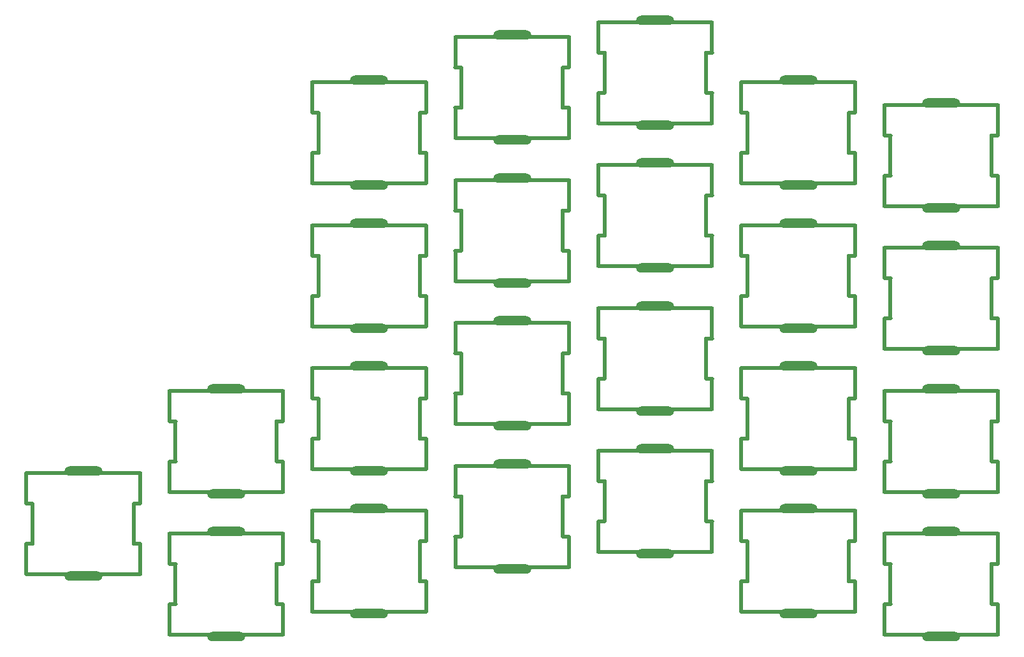
<source format=gbr>
%TF.GenerationSoftware,KiCad,Pcbnew,6.0.11-2627ca5db0~126~ubuntu22.04.1*%
%TF.CreationDate,2023-02-09T16:09:02-07:00*%
%TF.ProjectId,scaarix_flow,73636161-7269-4785-9f66-6c6f772e6b69,v1.0.0*%
%TF.SameCoordinates,Original*%
%TF.FileFunction,Soldermask,Bot*%
%TF.FilePolarity,Negative*%
%FSLAX46Y46*%
G04 Gerber Fmt 4.6, Leading zero omitted, Abs format (unit mm)*
G04 Created by KiCad (PCBNEW 6.0.11-2627ca5db0~126~ubuntu22.04.1) date 2023-02-09 16:09:02*
%MOMM*%
%LPD*%
G01*
G04 APERTURE LIST*
%ADD10O,1.333500X0.508000*%
%ADD11O,5.080000X1.270000*%
%ADD12O,0.508000X5.842000*%
%ADD13O,0.508000X4.572000*%
%ADD14O,15.595600X0.508000*%
G04 APERTURE END LIST*
D10*
%TO.C,S15*%
X214243750Y-46633000D03*
D11*
X207100000Y-42315000D03*
D12*
X200369000Y-49300000D03*
D11*
X207100000Y-56285000D03*
D13*
X214656500Y-53999000D03*
D10*
X199956250Y-46633000D03*
X214243750Y-51967000D03*
D13*
X199543500Y-53999000D03*
D14*
X207100000Y-56031000D03*
D13*
X214656500Y-44601000D03*
D14*
X207100000Y-42569000D03*
D12*
X213831000Y-49300000D03*
D13*
X199543500Y-44601000D03*
D10*
X199956250Y-51967000D03*
%TD*%
%TO.C,S10*%
X180956250Y-67633000D03*
D14*
X188100000Y-77031000D03*
D10*
X180956250Y-72967000D03*
D11*
X188100000Y-63315000D03*
D12*
X194831000Y-70300000D03*
D11*
X188100000Y-77285000D03*
D13*
X180543500Y-65601000D03*
D12*
X181369000Y-70300000D03*
D10*
X195243750Y-67633000D03*
D13*
X180543500Y-74999000D03*
D14*
X188100000Y-63569000D03*
D13*
X195656500Y-65601000D03*
X195656500Y-74999000D03*
D10*
X195243750Y-72967000D03*
%TD*%
D14*
%TO.C,S3*%
X150100000Y-91569000D03*
D12*
X156831000Y-98300000D03*
D13*
X142543500Y-93601000D03*
D10*
X157243750Y-95633000D03*
D14*
X150100000Y-105031000D03*
D10*
X142956250Y-100967000D03*
D12*
X143369000Y-98300000D03*
D10*
X142956250Y-95633000D03*
D11*
X150100000Y-91315000D03*
D10*
X157243750Y-100967000D03*
D11*
X150100000Y-105285000D03*
D13*
X157656500Y-102999000D03*
X157656500Y-93601000D03*
X142543500Y-102999000D03*
%TD*%
D10*
%TO.C,S22*%
X237956250Y-76633000D03*
D13*
X237543500Y-83999000D03*
X237543500Y-74601000D03*
D14*
X245100000Y-72569000D03*
D12*
X238369000Y-79300000D03*
D10*
X237956250Y-81967000D03*
D13*
X252656500Y-74601000D03*
D14*
X245100000Y-86031000D03*
D12*
X251831000Y-79300000D03*
D10*
X252243750Y-76633000D03*
X252243750Y-81967000D03*
D13*
X252656500Y-83999000D03*
D11*
X245100000Y-86285000D03*
X245100000Y-72315000D03*
%TD*%
D12*
%TO.C,S20*%
X238369000Y-117300000D03*
D11*
X245100000Y-124285000D03*
D14*
X245100000Y-110569000D03*
D10*
X252243750Y-119967000D03*
X252243750Y-114633000D03*
D13*
X252656500Y-121999000D03*
D11*
X245100000Y-110315000D03*
D14*
X245100000Y-124031000D03*
D12*
X251831000Y-117300000D03*
D10*
X237956250Y-114633000D03*
D13*
X252656500Y-112601000D03*
X237543500Y-121999000D03*
D10*
X237956250Y-119967000D03*
D13*
X237543500Y-112601000D03*
%TD*%
D11*
%TO.C,S16*%
X226100000Y-107315000D03*
D13*
X233656500Y-109601000D03*
D11*
X226100000Y-121285000D03*
D12*
X219369000Y-114300000D03*
D10*
X218956250Y-111633000D03*
D13*
X218543500Y-118999000D03*
D10*
X218956250Y-116967000D03*
D13*
X218543500Y-109601000D03*
D12*
X232831000Y-114300000D03*
D14*
X226100000Y-121031000D03*
X226100000Y-107569000D03*
D10*
X233243750Y-116967000D03*
X233243750Y-111633000D03*
D13*
X233656500Y-118999000D03*
%TD*%
D10*
%TO.C,S9*%
X180956250Y-86633000D03*
X195243750Y-91967000D03*
D13*
X180543500Y-93999000D03*
D14*
X188100000Y-82569000D03*
D13*
X195656500Y-84601000D03*
D12*
X181369000Y-89300000D03*
D10*
X195243750Y-86633000D03*
D14*
X188100000Y-96031000D03*
D11*
X188100000Y-96285000D03*
D12*
X194831000Y-89300000D03*
D10*
X180956250Y-91967000D03*
D13*
X195656500Y-93999000D03*
X180543500Y-84601000D03*
D11*
X188100000Y-82315000D03*
%TD*%
D13*
%TO.C,S19*%
X218543500Y-52601000D03*
D11*
X226100000Y-50315000D03*
D13*
X233656500Y-52601000D03*
X233656500Y-61999000D03*
D10*
X218956250Y-54633000D03*
X218956250Y-59967000D03*
D12*
X219369000Y-57300000D03*
D14*
X226100000Y-50569000D03*
D10*
X233243750Y-59967000D03*
D12*
X232831000Y-57300000D03*
D14*
X226100000Y-64031000D03*
D10*
X233243750Y-54633000D03*
D11*
X226100000Y-64285000D03*
D13*
X218543500Y-61999000D03*
%TD*%
%TO.C,S4*%
X161543500Y-109601000D03*
X176656500Y-118999000D03*
X161543500Y-118999000D03*
D11*
X169100000Y-107315000D03*
D14*
X169100000Y-121031000D03*
X169100000Y-107569000D03*
D11*
X169100000Y-121285000D03*
D13*
X176656500Y-109601000D03*
D12*
X175831000Y-114300000D03*
D10*
X176243750Y-111633000D03*
X161956250Y-116967000D03*
X161956250Y-111633000D03*
D12*
X162369000Y-114300000D03*
D10*
X176243750Y-116967000D03*
%TD*%
D12*
%TO.C,S11*%
X181369000Y-51300000D03*
D10*
X195243750Y-48633000D03*
D13*
X180543500Y-46601000D03*
D11*
X188100000Y-44315000D03*
D10*
X180956250Y-53967000D03*
D12*
X194831000Y-51300000D03*
D11*
X188100000Y-58285000D03*
D13*
X180543500Y-55999000D03*
X195656500Y-55999000D03*
D10*
X195243750Y-53967000D03*
D13*
X195656500Y-46601000D03*
D14*
X188100000Y-58031000D03*
D10*
X180956250Y-48633000D03*
D14*
X188100000Y-44569000D03*
%TD*%
D10*
%TO.C,S23*%
X237956250Y-62967000D03*
X237956250Y-57633000D03*
D11*
X245100000Y-53315000D03*
D12*
X251831000Y-60300000D03*
D14*
X245100000Y-53569000D03*
D13*
X237543500Y-55601000D03*
D11*
X245100000Y-67285000D03*
D14*
X245100000Y-67031000D03*
D10*
X252243750Y-62967000D03*
D13*
X252656500Y-64999000D03*
X252656500Y-55601000D03*
D12*
X238369000Y-60300000D03*
D10*
X252243750Y-57633000D03*
D13*
X237543500Y-64999000D03*
%TD*%
D10*
%TO.C,S21*%
X252243750Y-100967000D03*
D14*
X245100000Y-105031000D03*
D13*
X252656500Y-102999000D03*
D11*
X245100000Y-105285000D03*
D13*
X252656500Y-93601000D03*
X237543500Y-93601000D03*
D10*
X237956250Y-100967000D03*
D12*
X251831000Y-98300000D03*
D14*
X245100000Y-91569000D03*
D10*
X252243750Y-95633000D03*
D13*
X237543500Y-102999000D03*
D10*
X237956250Y-95633000D03*
D11*
X245100000Y-91315000D03*
D12*
X238369000Y-98300000D03*
%TD*%
D11*
%TO.C,S2*%
X150100000Y-124285000D03*
D13*
X157656500Y-121999000D03*
X142543500Y-121999000D03*
X157656500Y-112601000D03*
D14*
X150100000Y-110569000D03*
D12*
X143369000Y-117300000D03*
X156831000Y-117300000D03*
D10*
X142956250Y-119967000D03*
X157243750Y-114633000D03*
D14*
X150100000Y-124031000D03*
D10*
X157243750Y-119967000D03*
X142956250Y-114633000D03*
D11*
X150100000Y-110315000D03*
D13*
X142543500Y-112601000D03*
%TD*%
D10*
%TO.C,S8*%
X180956250Y-105633000D03*
D11*
X188100000Y-101315000D03*
D14*
X188100000Y-101569000D03*
D10*
X195243750Y-105633000D03*
X195243750Y-110967000D03*
D12*
X181369000Y-108300000D03*
D13*
X195656500Y-103601000D03*
X180543500Y-112999000D03*
D10*
X180956250Y-110967000D03*
D13*
X180543500Y-103601000D03*
D11*
X188100000Y-115285000D03*
D12*
X194831000Y-108300000D03*
D14*
X188100000Y-115031000D03*
D13*
X195656500Y-112999000D03*
%TD*%
D11*
%TO.C,S13*%
X207100000Y-94285000D03*
D13*
X214656500Y-91999000D03*
X214656500Y-82601000D03*
X199543500Y-91999000D03*
D10*
X214243750Y-84633000D03*
D13*
X199543500Y-82601000D03*
D14*
X207100000Y-94031000D03*
D12*
X213831000Y-87300000D03*
D11*
X207100000Y-80315000D03*
D12*
X200369000Y-87300000D03*
D10*
X214243750Y-89967000D03*
D14*
X207100000Y-80569000D03*
D10*
X199956250Y-89967000D03*
X199956250Y-84633000D03*
%TD*%
%TO.C,S1*%
X138243750Y-111967000D03*
X138243750Y-106633000D03*
D13*
X123543500Y-104601000D03*
X123543500Y-113999000D03*
D10*
X123956250Y-111967000D03*
D14*
X131100000Y-102569000D03*
D13*
X138656500Y-104601000D03*
D12*
X137831000Y-109300000D03*
D11*
X131100000Y-116285000D03*
D10*
X123956250Y-106633000D03*
D13*
X138656500Y-113999000D03*
D11*
X131100000Y-102315000D03*
D14*
X131100000Y-116031000D03*
D12*
X124369000Y-109300000D03*
%TD*%
D13*
%TO.C,S5*%
X176656500Y-99999000D03*
D11*
X169100000Y-88315000D03*
D10*
X161956250Y-92633000D03*
D14*
X169100000Y-88569000D03*
D12*
X162369000Y-95300000D03*
D11*
X169100000Y-102285000D03*
D13*
X161543500Y-99999000D03*
D12*
X175831000Y-95300000D03*
D14*
X169100000Y-102031000D03*
D13*
X176656500Y-90601000D03*
D10*
X176243750Y-97967000D03*
X176243750Y-92633000D03*
D13*
X161543500Y-90601000D03*
D10*
X161956250Y-97967000D03*
%TD*%
%TO.C,S6*%
X161956250Y-73633000D03*
D11*
X169100000Y-69315000D03*
X169100000Y-83285000D03*
D13*
X161543500Y-71601000D03*
D10*
X176243750Y-73633000D03*
D12*
X162369000Y-76300000D03*
D13*
X176656500Y-80999000D03*
X176656500Y-71601000D03*
D12*
X175831000Y-76300000D03*
D13*
X161543500Y-80999000D03*
D14*
X169100000Y-69569000D03*
X169100000Y-83031000D03*
D10*
X176243750Y-78967000D03*
X161956250Y-78967000D03*
%TD*%
D14*
%TO.C,S12*%
X207100000Y-99569000D03*
X207100000Y-113031000D03*
D12*
X213831000Y-106300000D03*
D13*
X199543500Y-110999000D03*
D10*
X199956250Y-108967000D03*
X199956250Y-103633000D03*
D13*
X214656500Y-110999000D03*
D11*
X207100000Y-113285000D03*
D10*
X214243750Y-103633000D03*
X214243750Y-108967000D03*
D11*
X207100000Y-99315000D03*
D13*
X214656500Y-101601000D03*
D12*
X200369000Y-106300000D03*
D13*
X199543500Y-101601000D03*
%TD*%
D14*
%TO.C,S7*%
X169100000Y-64031000D03*
X169100000Y-50569000D03*
D10*
X161956250Y-59967000D03*
D12*
X162369000Y-57300000D03*
D13*
X176656500Y-52601000D03*
D10*
X176243750Y-59967000D03*
D13*
X176656500Y-61999000D03*
X161543500Y-61999000D03*
D10*
X161956250Y-54633000D03*
D11*
X169100000Y-64285000D03*
D13*
X161543500Y-52601000D03*
D12*
X175831000Y-57300000D03*
D11*
X169100000Y-50315000D03*
D10*
X176243750Y-54633000D03*
%TD*%
D13*
%TO.C,S14*%
X214656500Y-63601000D03*
D11*
X207100000Y-61315000D03*
D13*
X214656500Y-72999000D03*
D11*
X207100000Y-75285000D03*
D10*
X214243750Y-65633000D03*
D13*
X199543500Y-63601000D03*
X199543500Y-72999000D03*
D10*
X214243750Y-70967000D03*
D14*
X207100000Y-75031000D03*
D12*
X213831000Y-68300000D03*
X200369000Y-68300000D03*
D10*
X199956250Y-65633000D03*
X199956250Y-70967000D03*
D14*
X207100000Y-61569000D03*
%TD*%
D11*
%TO.C,S18*%
X226100000Y-69315000D03*
D14*
X226100000Y-83031000D03*
D13*
X233656500Y-71601000D03*
D14*
X226100000Y-69569000D03*
D12*
X219369000Y-76300000D03*
D13*
X218543500Y-80999000D03*
D10*
X218956250Y-73633000D03*
D13*
X233656500Y-80999000D03*
D11*
X226100000Y-83285000D03*
D10*
X233243750Y-73633000D03*
X218956250Y-78967000D03*
X233243750Y-78967000D03*
D12*
X232831000Y-76300000D03*
D13*
X218543500Y-71601000D03*
%TD*%
D10*
%TO.C,S17*%
X233243750Y-97967000D03*
D13*
X218543500Y-99999000D03*
X218543500Y-90601000D03*
X233656500Y-99999000D03*
D10*
X233243750Y-92633000D03*
D14*
X226100000Y-102031000D03*
D12*
X232831000Y-95300000D03*
X219369000Y-95300000D03*
D14*
X226100000Y-88569000D03*
D11*
X226100000Y-102285000D03*
D10*
X218956250Y-97967000D03*
X218956250Y-92633000D03*
D11*
X226100000Y-88315000D03*
D13*
X233656500Y-90601000D03*
%TD*%
M02*

</source>
